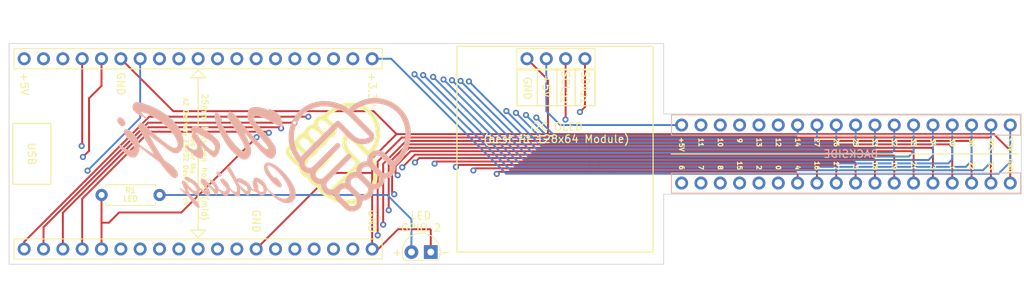
<source format=kicad_pcb>
(kicad_pcb (version 20211014) (generator pcbnew)
  (title_block (title "ESP32 Breadboard Adapter") (date "2022-07-11") (rev "2") (company "WaGi-Coding aka. Taki7o7"))
  (layers (0 "F.Cu" signal) (1 "In1.Cu" signal) (2 "In2.Cu" signal) (31 "B.Cu" signal) (34 "B.Paste" user) (35 "F.Paste" user) (36 "B.SilkS" user "B.Silkscreen") (37 "F.SilkS" user "F.Silkscreen") (38 "B.Mask" user) (39 "F.Mask" user) (44 "Edge.Cuts" user))
  (net 0 "")
  (net 1 "GPIO2")
  (net 2 "+3.3V")
  (net 3 "RESET")
  (net 4 "GPIO36")
  (net 5 "GPIO39")
  (net 6 "GPIO34")
  (net 7 "GPIO35")
  (net 8 "GPIO32")
  (net 9 "GPIO33")
  (net 10 "GPIO25")
  (net 11 "GPIO26")
  (net 12 "GPIO27")
  (net 13 "GPIO14")
  (net 14 "GPIO12")
  (net 15 "GND")
  (net 16 "GPIO13")
  (net 17 "GPIO9")
  (net 18 "GPIO10")
  (net 19 "GPIO11")
  (net 20 "+5V")
  (net 21 "GPIO23")
  (net 22 "GPIO22")
  (net 23 "GPIO1")
  (net 24 "GPIO3")
  (net 25 "GPIO21")
  (net 26 "GPIO19")
  (net 27 "GPIO18")
  (net 28 "GPIO5")
  (net 29 "GPIO17")
  (net 30 "GPIO16")
  (net 31 "GPIO4")
  (net 32 "GPIO0")
  (net 33 "GPIO15")
  (net 34 "GPIO8")
  (net 35 "GPIO7")
  (net 36 "GPIO6")
  (net 37 "Net-(D1-Pad2)")
  (footprint "LOGO" (layer "F.Cu") (at 146.62 103.86 -90)
    (fp_text reference "G***" hide)
    (fp_text value "LOGO" hide)
  )
  (footprint "LED_THT:LED_D5.0mm" (layer "F.Cu") (at 159.32 116.85 180)
    (fp_text reference "D1" hide)
    (fp_text value "LED")
    (pad "1" thru_hole rect (at 0 0 180) (size 1.8 1.8) (drill 0.9) (layers *.Cu *.Mask) (net 15 "GND"))
    (pad "2" thru_hole circle (at 2.54 0 180) (size 1.8 1.8) (drill 0.9) (layers *.Cu *.Mask) (net 37 "Net-(D1-Pad2)"))
  )
  (footprint "Connectors:PinHeader_1x04_P2.54mm_Vertical" (layer "F.Cu") (at 171.96 91.45 90)
    (fp_text reference "J5" hide)
    (fp_text value "Conn_01x04_Female")
    (pad "1" thru_hole circle (at 0 0 90) (size 1.7 1.7) (drill 1) (layers *.Cu *.Mask) (net 15 "GND"))
    (pad "2" thru_hole oval (at 0 2.54 90) (size 1.7 1.7) (drill 1) (layers *.Cu *.Mask) (net 20 "+5V"))
    (pad "3" thru_hole oval (at 0 5.08 90) (size 1.7 1.7) (drill 1) (layers *.Cu *.Mask) (net 22 "GPIO22"))
    (pad "4" thru_hole oval (at 0 7.62 90) (size 1.7 1.7) (drill 1) (layers *.Cu *.Mask) (net 25 "GPIO21"))
  )
  (footprint "Resistor_THT:R_Axial_DIN0207_L6.3mm_D2.5mm_P7.62mm_Horizontal" (layer "F.Cu") (at 116.07 109.35)
    (fp_text reference "R1" hide)
    (fp_text value "R")
    (pad "1" thru_hole circle (at 0 0) (size 1.6 1.6) (drill 0.8) (layers *.Cu *.Mask) (net 1 "GPIO2"))
    (pad "2" thru_hole oval (at 7.62 0) (size 1.6 1.6) (drill 0.8) (layers *.Cu *.Mask) (net 37 "Net-(D1-Pad2)"))
  )
  (footprint "Connectors:PinHeader_1x19_P2.54mm_Vertical" (layer "F.Cu") (at 151.62 91.45 -90)
    (fp_text reference "J1" hide)
    (fp_text value "Conn_01x19_Female")
    (pad "1" thru_hole circle (at 0 0 270) (size 1.7 1.7) (drill 1) (layers *.Cu *.Mask) (net 2 "+3.3V"))
    (pad "2" thru_hole oval (at 0 2.54 270) (size 1.7 1.7) (drill 1) (layers *.Cu *.Mask) (net 3 "RESET"))
    (pad "3" thru_hole oval (at 0 5.08 270) (size 1.7 1.7) (drill 1) (layers *.Cu *.Mask) (net 4 "GPIO36"))
    (pad "4" thru_hole oval (at 0 7.62 270) (size 1.7 1.7) (drill 1) (layers *.Cu *.Mask) (net 5 "GPIO39"))
    (pad "5" thru_hole oval (at 0 10.16 270) (size 1.7 1.7) (drill 1) (layers *.Cu *.Mask) (net 6 "GPIO34"))
    (pad "6" thru_hole oval (at 0 12.7 270) (size 1.7 1.7) (drill 1) (layers *.Cu *.Mask) (net 7 "GPIO35"))
    (pad "7" thru_hole oval (at 0 15.24 270) (size 1.7 1.7) (drill 1) (layers *.Cu *.Mask) (net 8 "GPIO32"))
    (pad "8" thru_hole oval (at 0 17.78 270) (size 1.7 1.7) (drill 1) (layers *.Cu *.Mask) (net 9 "GPIO33"))
    (pad "9" thru_hole oval (at 0 20.32 270) (size 1.7 1.7) (drill 1) (layers *.Cu *.Mask) (net 10 "GPIO25"))
    (pad "10" thru_hole oval (at 0 22.86 270) (size 1.7 1.7) (drill 1) (layers *.Cu *.Mask) (net 11 "GPIO26"))
    (pad "11" thru_hole oval (at 0 25.4 270) (size 1.7 1.7) (drill 1) (layers *.Cu *.Mask) (net 12 "GPIO27"))
    (pad "12" thru_hole oval (at 0 27.94 270) (size 1.7 1.7) (drill 1) (layers *.Cu *.Mask) (net 13 "GPIO14"))
    (pad "13" thru_hole oval (at 0 30.48 270) (size 1.7 1.7) (drill 1) (layers *.Cu *.Mask) (net 14 "GPIO12"))
    (pad "14" thru_hole oval (at 0 33.02 270) (size 1.7 1.7) (drill 1) (layers *.Cu *.Mask) (net 15 "GND"))
    (pad "15" thru_hole oval (at 0 35.56 270) (size 1.7 1.7) (drill 1) (layers *.Cu *.Mask) (net 16 "GPIO13"))
    (pad "16" thru_hole oval (at 0 38.1 270) (size 1.7 1.7) (drill 1) (layers *.Cu *.Mask) (net 17 "GPIO9"))
    (pad "17" thru_hole oval (at 0 40.64 270) (size 1.7 1.7) (drill 1) (layers *.Cu *.Mask) (net 18 "GPIO10"))
    (pad "18" thru_hole oval (at 0 43.18 270) (size 1.7 1.7) (drill 1) (layers *.Cu *.Mask) (net 19 "GPIO11"))
    (pad "19" thru_hole oval (at 0 45.72 270) (size 1.7 1.7) (drill 1) (layers *.Cu *.Mask) (net 20 "+5V"))
  )
  (footprint "Connectors:PinHeader_1x19_P2.54mm_Vertical" (layer "F.Cu") (at 151.62 116.45 -90)
    (fp_text reference "J2" hide)
    (fp_text value "Conn_01x19_Female")
    (pad "1" thru_hole circle (at 0 0 270) (size 1.7 1.7) (drill 1) (layers *.Cu *.Mask) (net 15 "GND"))
    (pad "2" thru_hole oval (at 0 2.54 270) (size 1.7 1.7) (drill 1) (layers *.Cu *.Mask) (net 21 "GPIO23"))
    (pad "3" thru_hole oval (at 0 5.08 270) (size 1.7 1.7) (drill 1) (layers *.Cu *.Mask) (net 22 "GPIO22"))
    (pad "4" thru_hole oval (at 0 7.62 270) (size 1.7 1.7) (drill 1) (layers *.Cu *.Mask) (net 23 "GPIO1"))
    (pad "5" thru_hole oval (at 0 10.16 270) (size 1.7 1.7) (drill 1) (layers *.Cu *.Mask) (net 24 "GPIO3"))
    (pad "6" thru_hole oval (at 0 12.7 270) (size 1.7 1.7) (drill 1) (layers *.Cu *.Mask) (net 25 "GPIO21"))
    (pad "7" thru_hole oval (at 0 15.24 270) (size 1.7 1.7) (drill 1) (layers *.Cu *.Mask) (net 15 "GND"))
    (pad "8" thru_hole oval (at 0 17.78 270) (size 1.7 1.7) (drill 1) (layers *.Cu *.Mask) (net 26 "GPIO19"))
    (pad "9" thru_hole oval (at 0 20.32 270) (size 1.7 1.7) (drill 1) (layers *.Cu *.Mask) (net 27 "GPIO18"))
    (pad "10" thru_hole oval (at 0 22.86 270) (size 1.7 1.7) (drill 1) (layers *.Cu *.Mask) (net 28 "GPIO5"))
    (pad "11" thru_hole oval (at 0 25.4 270) (size 1.7 1.7) (drill 1) (layers *.Cu *.Mask) (net 29 "GPIO17"))
    (pad "12" thru_hole oval (at 0 27.94 270) (size 1.7 1.7) (drill 1) (layers *.Cu *.Mask) (net 30 "GPIO16"))
    (pad "13" thru_hole oval (at 0 30.48 270) (size 1.7 1.7) (drill 1) (layers *.Cu *.Mask) (net 31 "GPIO4"))
    (pad "14" thru_hole oval (at 0 33.02 270) (size 1.7 1.7) (drill 1) (layers *.Cu *.Mask) (net 32 "GPIO0"))
    (pad "15" thru_hole oval (at 0 35.56 270) (size 1.7 1.7) (drill 1) (layers *.Cu *.Mask) (net 1 "GPIO2"))
    (pad "16" thru_hole oval (at 0 38.1 270) (size 1.7 1.7) (drill 1) (layers *.Cu *.Mask) (net 33 "GPIO15"))
    (pad "17" thru_hole oval (at 0 40.64 270) (size 1.7 1.7) (drill 1) (layers *.Cu *.Mask) (net 34 "GPIO8"))
    (pad "18" thru_hole oval (at 0 43.18 270) (size 1.7 1.7) (drill 1) (layers *.Cu *.Mask) (net 35 "GPIO7"))
    (pad "19" thru_hole oval (at 0 45.72 270) (size 1.7 1.7) (drill 1) (layers *.Cu *.Mask) (net 36 "GPIO6"))
  )
  (footprint "LOGO" (layer "B.Cu") (at 137.562314 105.290341 180)
    (fp_text reference "G***" hide)
    (fp_text value "LOGO" hide)
  )
  (footprint "Connectors:PinHeader_1x18_P2.54mm_Vertical" (layer "B.Cu") (at 235.46 107.78 90)
    (fp_text reference "J4" hide)
    (fp_text value "Conn_01x18_Male")
    (pad "1" thru_hole circle (at 0 0 90) (size 1.7 1.7) (drill 1) (layers *.Cu *.Mask) (net 15 "GND"))
    (pad "2" thru_hole oval (at 0 -2.54 90) (size 1.7 1.7) (drill 1) (layers *.Cu *.Mask) (net 21 "GPIO23"))
    (pad "3" thru_hole oval (at 0 -5.08 90) (size 1.7 1.7) (drill 1) (layers *.Cu *.Mask) (net 22 "GPIO22"))
    (pad "4" thru_hole oval (at 0 -7.62 90) (size 1.7 1.7) (drill 1) (layers *.Cu *.Mask) (net 23 "GPIO1"))
    (pad "5" thru_hole oval (at 0 -10.16 90) (size 1.7 1.7) (drill 1) (layers *.Cu *.Mask) (net 24 "GPIO3"))
    (pad "6" thru_hole oval (at 0 -12.7 90) (size 1.7 1.7) (drill 1) (layers *.Cu *.Mask) (net 25 "GPIO21"))
    (pad "7" thru_hole oval (at 0 -15.24 90) (size 1.7 1.7) (drill 1) (layers *.Cu *.Mask) (net 26 "GPIO19"))
    (pad "8" thru_hole oval (at 0 -17.78 90) (size 1.7 1.7) (drill 1) (layers *.Cu *.Mask) (net 27 "GPIO18"))
    (pad "9" thru_hole oval (at 0 -20.32 90) (size 1.7 1.7) (drill 1) (layers *.Cu *.Mask) (net 28 "GPIO5"))
    (pad "10" thru_hole oval (at 0 -22.86 90) (size 1.7 1.7) (drill 1) (layers *.Cu *.Mask) (net 29 "GPIO17"))
    (pad "11" thru_hole oval (at 0 -25.4 90) (size 1.7 1.7) (drill 1) (layers *.Cu *.Mask) (net 30 "GPIO16"))
    (pad "12" thru_hole oval (at 0 -27.94 90) (size 1.7 1.7) (drill 1) (layers *.Cu *.Mask) (net 31 "GPIO4"))
    (pad "13" thru_hole oval (at 0 -30.48 90) (size 1.7 1.7) (drill 1) (layers *.Cu *.Mask) (net 32 "GPIO0"))
    (pad "14" thru_hole oval (at 0 -33.02 90) (size 1.7 1.7) (drill 1) (layers *.Cu *.Mask) (net 1 "GPIO2"))
    (pad "15" thru_hole oval (at 0 -35.56 90) (size 1.7 1.7) (drill 1) (layers *.Cu *.Mask) (net 33 "GPIO15"))
    (pad "16" thru_hole oval (at 0 -38.1 90) (size 1.7 1.7) (drill 1) (layers *.Cu *.Mask) (net 34 "GPIO8"))
    (pad "17" thru_hole oval (at 0 -40.64 90) (size 1.7 1.7) (drill 1) (layers *.Cu *.Mask) (net 35 "GPIO7"))
    (pad "18" thru_hole oval (at 0 -43.18 90) (size 1.7 1.7) (drill 1) (layers *.Cu *.Mask) (net 36 "GPIO6"))
  )
  (footprint "Connectors:PinHeader_1x18_P2.54mm_Vertical" (layer "B.Cu") (at 235.46 100.16 90)
    (fp_text reference "J3" hide)
    (fp_text value "Conn_01x18_Male")
    (pad "1" thru_hole circle (at 0 0 90) (size 1.7 1.7) (drill 1) (layers *.Cu *.Mask) (net 2 "+3.3V"))
    (pad "2" thru_hole oval (at 0 -2.54 90) (size 1.7 1.7) (drill 1) (layers *.Cu *.Mask) (net 3 "RESET"))
    (pad "3" thru_hole oval (at 0 -5.08 90) (size 1.7 1.7) (drill 1) (layers *.Cu *.Mask) (net 4 "GPIO36"))
    (pad "4" thru_hole oval (at 0 -7.62 90) (size 1.7 1.7) (drill 1) (layers *.Cu *.Mask) (net 5 "GPIO39"))
    (pad "5" thru_hole oval (at 0 -10.16 90) (size 1.7 1.7) (drill 1) (layers *.Cu *.Mask) (net 6 "GPIO34"))
    (pad "6" thru_hole oval (at 0 -12.7 90) (size 1.7 1.7) (drill 1) (layers *.Cu *.Mask) (net 7 "GPIO35"))
    (pad "7" thru_hole oval (at 0 -15.24 90) (size 1.7 1.7) (drill 1) (layers *.Cu *.Mask) (net 8 "GPIO32"))
    (pad "8" thru_hole oval (at 0 -17.78 90) (size 1.7 1.7) (drill 1) (layers *.Cu *.Mask) (net 9 "GPIO33"))
    (pad "9" thru_hole oval (at 0 -20.32 90) (size 1.7 1.7) (drill 1) (layers *.Cu *.Mask) (net 10 "GPIO25"))
    (pad "10" thru_hole oval (at 0 -22.86 90) (size 1.7 1.7) (drill 1) (layers *.Cu *.Mask) (net 11 "GPIO26"))
    (pad "11" thru_hole oval (at 0 -25.4 90) (size 1.7 1.7) (drill 1) (layers *.Cu *.Mask) (net 12 "GPIO27"))
    (pad "12" thru_hole oval (at 0 -27.94 90) (size 1.7 1.7) (drill 1) (layers *.Cu *.Mask) (net 13 "GPIO14"))
    (pad "13" thru_hole oval (at 0 -30.48 90) (size 1.7 1.7) (drill 1) (layers *.Cu *.Mask) (net 14 "GPIO12"))
    (pad "14" thru_hole oval (at 0 -33.02 90) (size 1.7 1.7) (drill 1) (layers *.Cu *.Mask) (net 16 "GPIO13"))
    (pad "15" thru_hole oval (at 0 -35.56 90) (size 1.7 1.7) (drill 1) (layers *.Cu *.Mask) (net 17 "GPIO9"))
    (pad "16" thru_hole oval (at 0 -38.1 90) (size 1.7 1.7) (drill 1) (layers *.Cu *.Mask) (net 18 "GPIO10"))
    (pad "17" thru_hole oval (at 0 -40.64 90) (size 1.7 1.7) (drill 1) (layers *.Cu *.Mask) (net 19 "GPIO11"))
    (pad "18" thru_hole oval (at 0 -43.18 90) (size 1.7 1.7) (drill 1) (layers *.Cu *.Mask) (net 20 "+5V"))
  )
  (gr_line (start 170.62 97.62) (end 180.9 97.62) (layer "F.SilkS") (width 0.15))
  (gr_line (start 180.9 97.62) (end 180.9 92.92) (layer "F.SilkS") (width 0.15))
  (gr_line (start 236.52 103.96) (end 190.92 103.96) (layer "F.SilkS") (width 0.15))
  (gr_line (start 173.32 92.98) (end 173.32 97.62) (layer "F.SilkS") (width 0.15))
  (gr_line (start 128.76 114.95) (end 129.76 113.95) (layer "F.SilkS") (width 0.15))
  (gr_line (start 128.7554 92.95) (end 129.7554 93.95) (layer "F.SilkS") (width 0.15))
  (gr_line (start 178.29 92.99) (end 178.29 97.59) (layer "F.SilkS") (width 0.15))
  (gr_line (start 128.7554 93.95) (end 128.76 113.95) (layer "F.SilkS") (width 0.15))
  (gr_line (start 127.7554 93.95) (end 129.7554 93.95) (layer "F.SilkS") (width 0.15))
  (gr_line (start 170.65 92.94) (end 170.65 97.61) (layer "F.SilkS") (width 0.15))
  (gr_line (start 129.76 113.95) (end 127.76 113.95) (layer "F.SilkS") (width 0.15))
  (gr_line (start 180.9 92.92) (end 170.65 92.92) (layer "F.SilkS") (width 0.15))
  (gr_rect (start 109.4 99.95) (end 104.4 107.95) (layer "F.SilkS") (width 0.15) (fill none))
  (gr_line (start 128.7554 92.95) (end 127.7554 93.95) (layer "F.SilkS") (width 0.15))
  (gr_line (start 175.89 92.99) (end 175.89 97.615) (layer "F.SilkS") (width 0.15))
  (gr_rect (start 162.76 89.8) (end 188.53 116.85) (layer "F.SilkS") (width 0.15) (fill none))
  (gr_line (start 128.76 114.95) (end 127.76 113.95) (layer "F.SilkS") (width 0.15))
  (gr_line (start 236.62 109.25) (end 236.92 109.25) (layer "Edge.Cuts") (width 0.1))
  (gr_line (start 103.92 118.45) (end 189.92 118.45) (layer "Edge.Cuts") (width 0.1))
  (gr_line (start 236.92 98.7) (end 189.92 98.7) (layer "Edge.Cuts") (width 0.1))
  (gr_line (start 103.92 89.45) (end 103.92 118.45) (layer "Edge.Cuts") (width 0.1))
  (gr_line (start 189.92 118.45) (end 189.92 109.25) (layer "Edge.Cuts") (width 0.1))
  (gr_line (start 189.92 109.25) (end 236.62 109.25) (layer "Edge.Cuts") (width 0.1))
  (gr_line (start 189.92 98.7) (end 189.92 89.45) (layer "Edge.Cuts") (width 0.1))
  (gr_line (start 236.92 109.25) (end 236.92 98.7) (layer "Edge.Cuts") (width 0.1))
  (gr_line (start 189.92 89.45) (end 103.92 89.45) (layer "Edge.Cuts") (width 0.1))
  (gr_text "BACKSIDE" (at 214.52 103.96) (layer "B.SilkS") (effects (font (size 1 1)) (justify mirror)))
  (gr_text "GND" (at 235.46 105.494 270) (layer "F.SilkS") (effects (font (size 0.6 0.6))))
  (gr_text "15" (at 199.9 105.494 270) (layer "F.SilkS") (effects (font (size 0.6 0.6))))
  (gr_text "+5V\n" (at 174.51 95.04 270) (layer "F.SilkS") (effects (font (size 1 1))))
  (gr_text "14" (at 207.52 102.446 270) (layer "F.SilkS") (effects (font (size 0.6 0.6))))
  (gr_text "GND" (at 136.38 112.786 270) (layer "F.SilkS") (effects (font (size 1 1))))
  (gr_text "21" (at 222.76 105.494 270) (layer "F.SilkS") (effects (font (size 0.6 0.6))))
  (gr_text "5" (at 215.14 105.748 270) (layer "F.SilkS") (effects (font (size 0.6 0.6))))
  (gr_text "+5V" (at 192.28 102.7 270) (layer "F.SilkS") (effects (font (size 0.6 0.6))))
  (gr_text "25" (at 215.14 102.446 270) (layer "F.SilkS") (effects (font (size 0.6 0.6))))
  (gr_text "23" (at 232.92 105.494 270) (layer "F.SilkS") (effects (font (size 0.6 0.6))))
  (gr_text "+3.3V" (at 151.62 95.514 270) (layer "F.SilkS") (effects (font (size 1 1))))
  (gr_text "+5V\n" (at 105.9 94.752 270) (layer "F.SilkS") (effects (font (size 1 1))))
  (gr_text "34" (at 225.3 102.446 270) (layer "F.SilkS") (effects (font (size 0.6 0.6))))
  (gr_text "9" (at 199.9 102.192 270) (layer "F.SilkS") (effects (font (size 0.6 0.6))))
  (gr_text "8" (at 197.36 105.748 270) (layer "F.SilkS") (effects (font (size 0.6 0.6))))
  (gr_text "18" (at 217.68 105.494 270) (layer "F.SilkS") (effects (font (size 0.6 0.6))))
  (gr_text "GND" (at 172.02 95.33 270) (layer "F.SilkS") (effects (font (size 1 1))))
  (gr_text "+" (at 154.91 116.88) (layer "F.SilkS") (effects (font (size 1 1))))
  (gr_text "LED\nGPIO 2" (at 158.02 112.86) (layer "F.SilkS") (effects (font (size 1 1))))
  (gr_text "R1\nLED" (at 119.87 109.29) (layer "F.SilkS") (effects (font (size 0.7 0.7))))
  (gr_text "36" (at 230.38 102.446 270) (layer "F.SilkS") (effects (font (size 0.6 0.6))))
  (gr_text "25mm between holes (mid)" (at 129.62 104.37 270) (layer "F.SilkS") (effects (font (size 0.8 0.8))))
  (gr_text "27" (at 210.06 102.446 270) (layer "F.SilkS") (effects (font (size 0.6 0.6))))
  (gr_text "SDA_{21}" (at 179.6 95.18 270) (layer "F.SilkS") (effects (font (size 1 1))))
  (gr_text "35" (at 222.76 102.446 270) (layer "F.SilkS") (effects (font (size 0.6 0.6))))
  (gr_text "3" (at 225.3 105.748 270) (layer "F.SilkS") (effects (font (size 0.6 0.6))))
  (gr_text "7" (at 194.82 105.748 270) (layer "F.SilkS") (effects (font (size 0.6 0.6))))
  (gr_text "17" (at 212.6 105.494 270) (layer "F.SilkS") (effects (font (size 0.6 0.6))))
  (gr_text "16" (at 210.06 105.494 270) (layer "F.SilkS") (effects (font (size 0.6 0.6))))
  (gr_text "SCL_{22}" (at 177.01 95.16 270) (layer "F.SilkS") (effects (font (size 1 1))))
  (gr_text "0" (at 204.98 105.748 270) (layer "F.SilkS") (effects (font (size 0.6 0.6))))
  (gr_text "4" (at 207.52 105.748 270) (layer "F.SilkS") (effects (font (size 0.6 0.6))))
  (gr_text "3.3V" (at 235.46 102.66 270) (layer "F.SilkS") (effects (font (size 0.6 0.6))))
  (gr_text "1" (at 227.84 105.748 270) (layer "F.SilkS") (effects (font (size 0.6 0.6))))
  (gr_text "GND" (at 118.6 94.752 270) (layer "F.SilkS") (effects (font (size 1 1))))
  (gr_text "26" (at 212.6 102.446 270) (layer "F.SilkS") (effects (font (size 0.6 0.6))))
  (gr_text "12" (at 204.98 102.446 270) (layer "F.SilkS") (effects (font (size 0.6 0.6))))
  (gr_text "USB" (at 106.9 103.95 270) (layer "F.SilkS") (effects (font (size 1 1))))
  (gr_text "22" (at 230.38 105.494 270) (layer "F.SilkS") (effects (font (size 0.6 0.6))))
  (gr_text "RES" (at 232.92 102.7 270) (layer "F.SilkS") (effects (font (size 0.6 0.6))))
  (gr_text "-" (at 161.23 116.86) (layer "F.SilkS") (effects (font (size 1 1))))
  (gr_text "13" (at 202.44 102.446 270) (layer "F.SilkS") (effects (font (size 0.6 0.6))))
  (gr_text "10" (at 197.36 102.446 270) (layer "F.SilkS") (effects (font (size 0.6 0.6))))
  (gr_text "6" (at 192.28 105.748 270) (layer "F.SilkS") (effects (font (size 0.6 0.6))))
  (gr_text "GND" (at 151.62 112.786 270) (layer "F.SilkS") (effects (font (size 1 1))))
  (gr_text "11" (at 194.82 102.446 270) (layer "F.SilkS") (effects (font (size 0.6 0.6))))
  (gr_text "19" (at 220.22 105.494 270) (layer "F.SilkS") (effects (font (size 0.6 0.6))))
  (gr_text "33" (at 217.68 102.446 270) (layer "F.SilkS") (effects (font (size 0.6 0.6))))
  (gr_text "Made for the\nAZ Delivery ESP32 DevKit C v4" (at 127.62 103.66 270) (layer "F.SilkS") (effects (font (size 0.6 0.6))))
  (gr_text "I2C OLED\n(best fit 128x64 Module)" (at 175.82 101.19) (layer "F.SilkS") (effects (font (size 1 1))))
  (gr_text "39" (at 227.84 102.446 270) (layer "F.SilkS") (effects (font (size 0.6 0.6))))
  (gr_text "2" (at 202.44 105.748 270) (layer "F.SilkS") (effects (font (size 0.6 0.6))))
  (gr_text "32" (at 220.22 102.446 270) (layer "F.SilkS") (effects (font (size 0.6 0.6))))
  (segment (start 116.06 116.45) (end 116.06 112.99) (width 0.25) (layer "F.Cu") (net 1))
  (segment (start 116.06 109.36) (end 116.07 109.35) (width 0.25) (layer "F.Cu") (net 1))
  (segment (start 117.03 112.99) (end 116.06 112.99) (width 0.25) (layer "F.Cu") (net 1))
  (segment (start 118.37 111.65) (end 117.03 112.99) (width 0.25) (layer "F.Cu") (net 1))
  (segment (start 126.544598 111.65) (end 118.37 111.65) (width 0.25) (layer "F.Cu") (net 1))
  (segment (start 116.06 112.99) (end 116.06 109.36) (width 0.25) (layer "F.Cu") (net 1))
  (segment (start 136.432299 101.762299) (end 126.544598 111.65) (width 0.25) (layer "F.Cu") (net 1))
  (via (at 136.432299 101.762299) (size 0.8) (drill 0.4) (layers "F.Cu" "B.Cu") (net 1))
  (segment (start 233.92 106.55) (end 229.42 106.55) (width 0.25) (layer "B.Cu") (net 2))
  (segment (start 154.120805 91.45) (end 169.220805 106.55) (width 0.25) (layer "B.Cu") (net 2))
  (segment (start 229.42 106.55) (end 190.12 106.55) (width 0.25) (layer "B.Cu") (net 2))
  (segment (start 235.46 105.01) (end 235.32 105.15) (width 0.25) (layer "B.Cu") (net 2))
  (segment (start 190.12 106.55) (end 182.82 106.55) (width 0.25) (layer "B.Cu") (net 2))
  (segment (start 151.62 91.45) (end 154.120805 91.45) (width 0.25) (layer "B.Cu") (net 2))
  (segment (start 169.220805 106.55) (end 182.82 106.55) (width 0.25) (layer "B.Cu") (net 2))
  (segment (start 235.46 100.16) (end 235.46 105.01) (width 0.25) (layer "B.Cu") (net 2))
  (segment (start 235.32 105.15) (end 233.92 106.55) (width 0.25) (layer "B.Cu") (net 2))
  (via (at 157.182702 93.487297) (size 0.8) (drill 0.4) (layers "F.Cu" "B.Cu") (net 3))
  (segment (start 232.92 100.16) (end 232.92 105.05) (width 0.25) (layer "B.Cu") (net 3))
  (segment (start 169.8131 106.1) (end 164.3386 100.6255) (width 0.25) (layer "B.Cu") (net 3))
  (segment (start 190.87 106.1) (end 190.12 106.1) (width 0.25) (layer "B.Cu") (net 3))
  (segment (start 232.92 105.05) (end 232.02 105.95) (width 0.25) (layer "B.Cu") (net 3))
  (segment (start 164.3386 100.6255) (end 164.320905 100.6255) (width 0.25) (layer "B.Cu") (net 3))
  (segment (start 164.320905 100.6255) (end 157.182702 93.487297) (width 0.25) (layer "B.Cu") (net 3))
  (segment (start 190.12 106.1) (end 169.8131 106.1) (width 0.25) (layer "B.Cu") (net 3))
  (segment (start 231.87 106.1) (end 190.87 106.1) (width 0.25) (layer "B.Cu") (net 3))
  (segment (start 232.02 105.95) (end 231.87 106.1) (width 0.25) (layer "B.Cu") (net 3))
  (via (at 158.319386 93.599382) (size 0.8) (drill 0.4) (layers "F.Cu" "B.Cu") (net 4))
  (segment (start 170.42 105.65) (end 164.37 99.6) (width 0.25) (layer "B.Cu") (net 4))
  (segment (start 230.38 100.16) (end 230.38 104.89) (width 0.25) (layer "B.Cu") (net 4))
  (segment (start 158.369382 93.599382) (end 158.319386 93.599382) (width 0.25) (layer "B.Cu") (net 4))
  (segment (start 190.12 105.65) (end 170.42 105.65) (width 0.25) (layer "B.Cu") (net 4))
  (segment (start 229.62 105.65) (end 190.12 105.65) (width 0.25) (layer "B.Cu") (net 4))
  (segment (start 230.38 104.89) (end 229.62 105.65) (width 0.25) (layer "B.Cu") (net 4))
  (segment (start 164.37 99.6) (end 158.369382 93.599382) (width 0.25) (layer "B.Cu") (net 4))
  (via (at 159.6323 93.8377) (size 0.8) (drill 0.4) (layers "F.Cu" "B.Cu") (net 5))
  (segment (start 227.84 104.68) (end 227.32 105.2) (width 0.25) (layer "B.Cu") (net 5))
  (segment (start 227.84 100.16) (end 227.84 104.68) (width 0.25) (layer "B.Cu") (net 5))
  (segment (start 227.32 105.2) (end 190.12 105.2) (width 0.25) (layer "B.Cu") (net 5))
  (segment (start 190.12 105.2) (end 170.9946 105.2) (width 0.25) (layer "B.Cu") (net 5))
  (segment (start 170.9946 105.2) (end 159.6323 93.8377) (width 0.25) (layer "B.Cu") (net 5))
  (via (at 160.9946 94.1754) (size 0.8) (drill 0.4) (layers "F.Cu" "B.Cu") (net 6))
  (segment (start 225.3 104.17) (end 224.72 104.75) (width 0.25) (layer "B.Cu") (net 6))
  (segment (start 224.72 104.75) (end 190.12 104.75) (width 0.25) (layer "B.Cu") (net 6))
  (segment (start 225.3 100.16) (end 225.3 104.17) (width 0.25) (layer "B.Cu") (net 6))
  (segment (start 171.5692 104.75) (end 160.9946 94.1754) (width 0.25) (layer "B.Cu") (net 6))
  (segment (start 190.12 104.75) (end 171.5692 104.75) (width 0.25) (layer "B.Cu") (net 6))
  (via (at 162.116049 94.272249) (size 0.8) (drill 0.4) (layers "F.Cu" "B.Cu") (net 7))
  (segment (start 190.47 104.3) (end 190.12 104.3) (width 0.25) (layer "B.Cu") (net 7))
  (segment (start 222.76 100.16) (end 222.76 103.66) (width 0.25) (layer "B.Cu") (net 7))
  (segment (start 222.12 104.3) (end 190.47 104.3) (width 0.25) (layer "B.Cu") (net 7))
  (segment (start 172.1438 104.3) (end 162.116049 94.272249) (width 0.25) (layer "B.Cu") (net 7))
  (segment (start 190.12 104.3) (end 172.1438 104.3) (width 0.25) (layer "B.Cu") (net 7))
  (segment (start 222.76 103.66) (end 222.12 104.3) (width 0.25) (layer "B.Cu") (net 7))
  (via (at 163.234499 94.366099) (size 0.8) (drill 0.4) (layers "F.Cu" "B.Cu") (net 8))
  (segment (start 220.22 103.45) (end 219.82 103.85) (width 0.25) (layer "B.Cu") (net 8))
  (segment (start 220.22 100.16) (end 220.22 103.45) (width 0.25) (layer "B.Cu") (net 8))
  (segment (start 219.82 103.85) (end 190.12 103.85) (width 0.25) (layer "B.Cu") (net 8))
  (segment (start 190.12 103.85) (end 172.7184 103.85) (width 0.25) (layer "B.Cu") (net 8))
  (segment (start 172.7184 103.85) (end 163.234499 94.366099) (width 0.25) (layer "B.Cu") (net 8))
  (via (at 164.337398 94.4255) (size 0.8) (drill 0.4) (layers "F.Cu" "B.Cu") (net 9))
  (segment (start 217.68 100.16) (end 217.68 103.24) (width 0.25) (layer "B.Cu") (net 9))
  (segment (start 173.311898 103.4) (end 164.337398 94.4255) (width 0.25) (layer "B.Cu") (net 9))
  (segment (start 217.68 103.24) (end 217.52 103.4) (width 0.25) (layer "B.Cu") (net 9))
  (segment (start 217.52 103.4) (end 190.12 103.4) (width 0.25) (layer "B.Cu") (net 9))
  (segment (start 190.12 103.4) (end 173.311898 103.4) (width 0.25) (layer "B.Cu") (net 9))
  (via (at 169.254194 98.317698) (size 0.8) (drill 0.4) (layers "F.Cu" "B.Cu") (net 10))
  (segment (start 215.14 102.63) (end 214.82 102.95) (width 0.25) (layer "B.Cu") (net 10))
  (segment (start 214.82 102.95) (end 190.12 102.95) (width 0.25) (layer "B.Cu") (net 10))
  (segment (start 173.886496 102.95) (end 169.254194 98.317698) (width 0.25) (layer "B.Cu") (net 10))
  (segment (start 190.12 102.95) (end 173.886496 102.95) (width 0.25) (layer "B.Cu") (net 10))
  (segment (start 215.14 100.16) (end 215.14 102.63) (width 0.25) (layer "B.Cu") (net 10))
  (via (at 170.515548 98.554452) (size 0.8) (drill 0.4) (layers "F.Cu" "B.Cu") (net 11))
  (segment (start 212.42 102.5) (end 190.12 102.5) (width 0.25) (layer "B.Cu") (net 11))
  (segment (start 212.6 102.32) (end 212.42 102.5) (width 0.25) (layer "B.Cu") (net 11))
  (segment (start 174.461096 102.5) (end 170.515548 98.554452) (width 0.25) (layer "B.Cu") (net 11))
  (segment (start 212.6 100.16) (end 212.6 102.32) (width 0.25) (layer "B.Cu") (net 11))
  (segment (start 190.12 102.5) (end 174.461096 102.5) (width 0.25) (layer "B.Cu") (net 11))
  (via (at 171.827847 98.842153) (size 0.8) (drill 0.4) (layers "F.Cu" "B.Cu") (net 12))
  (segment (start 175.035694 102.05) (end 171.827847 98.842153) (width 0.25) (layer "B.Cu") (net 12))
  (segment (start 210.06 101.71) (end 209.72 102.05) (width 0.25) (layer "B.Cu") (net 12))
  (segment (start 209.72 102.05) (end 209.32 102.05) (width 0.25) (layer "B.Cu") (net 12))
  (segment (start 209.32 102.05) (end 190.12 102.05) (width 0.25) (layer "B.Cu") (net 12))
  (segment (start 210.06 100.16) (end 210.06 101.71) (width 0.25) (layer "B.Cu") (net 12))
  (segment (start 190.12 102.05) (end 175.035694 102.05) (width 0.25) (layer "B.Cu") (net 12))
  (via (at 173.190147 99.179853) (size 0.8) (drill 0.4) (layers "F.Cu" "B.Cu") (net 13))
  (segment (start 175.610294 101.6) (end 173.190147 99.179853) (width 0.25) (layer "B.Cu") (net 13))
  (segment (start 207.52 101.362081) (end 207.282081 101.6) (width 0.25) (layer "B.Cu") (net 13))
  (segment (start 207.52 100.16) (end 207.52 101.362081) (width 0.25) (layer "B.Cu") (net 13))
  (segment (start 190.12 101.6) (end 175.610294 101.6) (width 0.25) (layer "B.Cu") (net 13))
  (segment (start 207.282081 101.6) (end 206.52 101.6) (width 0.25) (layer "B.Cu") (net 13))
  (segment (start 206.52 101.6) (end 190.12 101.6) (width 0.25) (layer "B.Cu") (net 13))
  (via (at 114.221305 106.151305) (size 0.8) (drill 0.4) (layers "F.Cu" "B.Cu") (net 14))
  (segment (start 114.221305 106.151305) (end 121.14 99.23261) (width 0.25) (layer "B.Cu") (net 14))
  (segment (start 121.14 99.23261) (end 121.14 91.45) (width 0.25) (layer "B.Cu") (net 14))
  (segment (start 159.22 113.85) (end 159.32 113.95) (width 0.25) (layer "F.Cu") (net 15))
  (segment (start 235.46 107.78) (end 235.46 103.51) (width 0.25) (layer "F.Cu") (net 15))
  (segment (start 151.62 106.45) (end 146.38 106.45) (width 0.25) (layer "F.Cu") (net 15))
  (segment (start 151.806499 98.336499) (end 125.486499 98.336499) (width 0.25) (layer "F.Cu") (net 15))
  (segment (start 174.72 101.35) (end 172.02 101.35) (width 0.25) (layer "F.Cu") (net 15))
  (segment (start 146.38 106.45) (end 136.38 116.45) (width 0.25) (layer "F.Cu") (net 15))
  (segment (start 159.32 113.95) (end 159.32 116.85) (width 0.25) (layer "F.Cu") (net 15))
  (segment (start 172.02 101.35) (end 154.82 101.35) (width 0.25) (layer "F.Cu") (net 15))
  (segment (start 233.3 101.35) (end 174.72 101.35) (width 0.25) (layer "F.Cu") (net 15))
  (segment (start 151.62 104.55) (end 151.62 106.45) (width 0.25) (layer "F.Cu") (net 15))
  (segment (start 154.82 101.35) (end 151.62 104.55) (width 0.25) (layer "F.Cu") (net 15))
  (segment (start 151.62 116.45) (end 152.42 116.45) (width 0.25) (layer "F.Cu") (net 15))
  (segment (start 152.42 116.45) (end 155.02 113.85) (width 0.25) (layer "F.Cu") (net 15))
  (segment (start 125.486499 98.336499) (end 118.6 91.45) (width 0.25) (layer "F.Cu") (net 15))
  (segment (start 155.02 113.85) (end 159.22 113.85) (width 0.25) (layer "F.Cu") (net 15))
  (segment (start 154.82 101.35) (end 151.806499 98.336499) (width 0.25) (layer "F.Cu") (net 15))
  (segment (start 235.46 103.51) (end 233.3 101.35) (width 0.25) (layer "F.Cu") (net 15))
  (segment (start 174.72 101.35) (end 174.72 94.21) (width 0.25) (layer "F.Cu") (net 15))
  (segment (start 174.72 94.21) (end 171.96 91.45) (width 0.25) (layer "F.Cu") (net 15))
  (segment (start 151.62 106.45) (end 151.62 116.45) (width 0.25) (layer "F.Cu") (net 15))
  (segment (start 114.42 103.55) (end 114.42 96.65) (width 0.25) (layer "F.Cu") (net 16))
  (segment (start 114.42 96.65) (end 116.06 95.01) (width 0.25) (layer "F.Cu") (net 16))
  (segment (start 113.62 104.35) (end 114.42 103.55) (width 0.25) (layer "F.Cu") (net 16))
  (segment (start 116.06 95.01) (end 116.06 91.45) (width 0.25) (layer "F.Cu") (net 16))
  (via (at 113.62 104.35) (size 0.8) (drill 0.4) (layers "F.Cu" "B.Cu") (net 16))
  (segment (start 113.457701 102.912299) (end 113.52 102.85) (width 0.25) (layer "F.Cu") (net 17))
  (segment (start 113.52 102.85) (end 113.52 91.45) (width 0.25) (layer "F.Cu") (net 17))
  (via (at 113.457701 102.912299) (size 0.8) (drill 0.4) (layers "F.Cu" "B.Cu") (net 17))
  (segment (start 192.28 100.16) (end 176.33 100.16) (width 0.25) (layer "B.Cu") (net 20))
  (segment (start 176.33 100.16) (end 174.5 98.33) (width 0.25) (layer "B.Cu") (net 20))
  (segment (start 174.5 98.33) (end 174.5 91.45) (width 0.25) (layer "B.Cu") (net 20))
  (segment (start 152.3445 104.962299) (end 155.506799 101.8) (width 0.25) (layer "F.Cu") (net 21))
  (segment (start 152.3445 114.65) (end 152.3445 104.962299) (width 0.25) (layer "F.Cu") (net 21))
  (segment (start 232.72 101.8) (end 232.92 102) (width 0.25) (layer "F.Cu") (net 21))
  (segment (start 155.506799 101.8) (end 232.72 101.8) (width 0.25) (layer "F.Cu") (net 21))
  (segment (start 232.92 102) (end 232.92 107.78) (width 0.25) (layer "F.Cu") (net 21))
  (via (at 152.3445 114.65) (size 0.8) (drill 0.4) (layers "F.Cu" "B.Cu") (net 21))
  (segment (start 230.38 102.51) (end 230.38 107.78) (width 0.25) (layer "F.Cu") (net 22))
  (segment (start 230.12 102.25) (end 230.38 102.51) (width 0.25) (layer "F.Cu") (net 22))
  (segment (start 177.02 99.4355) (end 177.04 99.4155) (width 0.25) (layer "F.Cu") (net 22))
  (segment (start 153.069 105.262399) (end 156.081399 102.25) (width 0.25) (layer "F.Cu") (net 22))
  (segment (start 153.069 113.25) (end 153.069 105.262399) (width 0.25) (layer "F.Cu") (net 22))
  (segment (start 156.081399 102.25) (end 230.12 102.25) (width 0.25) (layer "F.Cu") (net 22))
  (segment (start 177.04 99.4155) (end 177.04 91.45) (width 0.25) (layer "F.Cu") (net 22))
  (via (at 153.069 113.25) (size 0.8) (drill 0.4) (layers "F.Cu" "B.Cu") (net 22))
  (via (at 177.02 99.4355) (size 0.8) (drill 0.4) (layers "F.Cu" "B.Cu") (net 22))
  (segment (start 180.22 102.7) (end 156.267795 102.7) (width 0.25) (layer "F.Cu") (net 23))
  (segment (start 227.84 103.12) (end 227.42 102.7) (width 0.25) (layer "F.Cu") (net 23))
  (segment (start 227.84 107.78) (end 227.84 103.12) (width 0.25) (layer "F.Cu") (net 23))
  (segment (start 227.42 102.7) (end 180.22 102.7) (width 0.25) (layer "F.Cu") (net 23))
  (segment (start 153.7935 105.174295) (end 153.7935 111.35) (width 0.25) (layer "F.Cu") (net 23))
  (segment (start 156.267795 102.7) (end 153.7935 105.174295) (width 0.25) (layer "F.Cu") (net 23))
  (via (at 153.7935 111.35) (size 0.8) (drill 0.4) (layers "F.Cu" "B.Cu") (net 23))
  (segment (start 225.3 103.33) (end 225.12 103.15) (width 0.25) (layer "F.Cu") (net 24))
  (segment (start 225.12 103.15) (end 180.22 103.15) (width 0.25) (layer "F.Cu") (net 24))
  (segment (start 225.3 107.78) (end 225.3 103.33) (width 0.25) (layer "F.Cu") (net 24))
  (segment (start 180.22 103.15) (end 156.454191 103.15) (width 0.25) (layer "F.Cu") (net 24))
  (segment (start 154.2435 108.9755) (end 154.518 109.25) (width 0.25) (layer "F.Cu") (net 24))
  (segment (start 154.2435 105.360691) (end 154.2435 108.9755) (width 0.25) (layer "F.Cu") (net 24))
  (segment (start 156.454191 103.15) (end 154.2435 105.360691) (width 0.25) (layer "F.Cu") (net 24))
  (via (at 154.518 109.25) (size 0.8) (drill 0.4) (layers "F.Cu" "B.Cu") (net 24))
  (segment (start 179.58 97.79) (end 179.58 91.45) (width 0.25) (layer "F.Cu") (net 25))
  (segment (start 156.67 103.6) (end 222.52 103.6) (width 0.25) (layer "F.Cu") (net 25))
  (segment (start 154.968 106.75) (end 154.6935 106.4755) (width 0.25) (layer "F.Cu") (net 25))
  (segment (start 178.92 98.45) (end 179.58 97.79) (width 0.25) (layer "F.Cu") (net 25))
  (segment (start 154.6935 106.4755) (end 154.6935 105.5765) (width 0.25) (layer "F.Cu") (net 25))
  (segment (start 222.76 103.84) (end 222.76 107.78) (width 0.25) (layer "F.Cu") (net 25))
  (segment (start 222.52 103.6) (end 222.76 103.84) (width 0.25) (layer "F.Cu") (net 25))
  (segment (start 154.6935 105.5765) (end 156.67 103.6) (width 0.25) (layer "F.Cu") (net 25))
  (via (at 154.968 106.75) (size 0.8) (drill 0.4) (layers "F.Cu" "B.Cu") (net 25))
  (via (at 178.92 98.45) (size 0.8) (drill 0.4) (layers "F.Cu" "B.Cu") (net 25))
  (segment (start 157.244599 104.05) (end 155.572684 105.721915) (width 0.25) (layer "F.Cu") (net 26))
  (segment (start 220.22 104.25) (end 220.02 104.05) (width 0.25) (layer "F.Cu") (net 26))
  (segment (start 220.22 107.78) (end 220.22 104.25) (width 0.25) (layer "F.Cu") (net 26))
  (segment (start 180.22 104.05) (end 157.244599 104.05) (width 0.25) (layer "F.Cu") (net 26))
  (segment (start 220.02 104.05) (end 180.22 104.05) (width 0.25) (layer "F.Cu") (net 26))
  (via (at 155.572684 105.721915) (size 0.8) (drill 0.4) (layers "F.Cu" "B.Cu") (net 26))
  (segment (start 180.22 104.5) (end 157.819199 104.5) (width 0.25) (layer "F.Cu") (net 27))
  (segment (start 157.819199 104.5) (end 157.244599 105.0746) (width 0.25) (layer "F.Cu") (net 27))
  (segment (start 217.42 104.5) (end 180.47 104.5) (width 0.25) (layer "F.Cu") (net 27))
  (segment (start 180.47 104.5) (end 180.22 104.5) (width 0.25) (layer "F.Cu") (net 27))
  (segment (start 217.68 104.76) (end 217.42 104.5) (width 0.25) (layer "F.Cu") (net 27))
  (segment (start 217.68 107.78) (end 217.68 104.76) (width 0.25) (layer "F.Cu") (net 27))
  (via (at 157.244599 105.0746) (size 0.8) (drill 0.4) (layers "F.Cu" "B.Cu") (net 27))
  (segment (start 160.0945 104.95) (end 159.82 105.2245) (width 0.25) (layer "F.Cu") (net 28))
  (segment (start 215.14 107.78) (end 215.14 105.17) (width 0.25) (layer "F.Cu") (net 28))
  (segment (start 180.22 104.95) (end 160.0945 104.95) (width 0.25) (layer "F.Cu") (net 28))
  (segment (start 214.92 104.95) (end 180.22 104.95) (width 0.25) (layer "F.Cu") (net 28))
  (segment (start 215.14 105.17) (end 215.02 105.05) (width 0.25) (layer "F.Cu") (net 28))
  (segment (start 215.02 105.05) (end 214.92 104.95) (width 0.25) (layer "F.Cu") (net 28))
  (via (at 159.82 105.2245) (size 0.8) (drill 0.4) (layers "F.Cu" "B.Cu") (net 28))
  (segment (start 212.6 105.58) (end 212.42 105.4) (width 0.25) (layer "F.Cu") (net 29))
  (segment (start 162.8945 105.4) (end 162.62 105.6745) (width 0.25) (layer "F.Cu") (net 29))
  (segment (start 212.6 107.78) (end 212.6 105.58) (width 0.25) (layer "F.Cu") (net 29))
  (segment (start 212.42 105.4) (end 181.47 105.4) (width 0.25) (layer "F.Cu") (net 29))
  (segment (start 181.47 105.4) (end 180.22 105.4) (width 0.25) (layer "F.Cu") (net 29))
  (segment (start 180.22 105.4) (end 162.8945 105.4) (width 0.25) (layer "F.Cu") (net 29))
  (via (at 162.62 105.6745) (size 0.8) (drill 0.4) (layers "F.Cu" "B.Cu") (net 29))
  (segment (start 210.06 107.78) (end 210.06 105.99) (width 0.25) (layer "F.Cu") (net 30))
  (segment (start 210.06 105.99) (end 209.92 105.85) (width 0.25) (layer "F.Cu") (net 30))
  (segment (start 209.92 105.85) (end 180.22 105.85) (width 0.25) (layer "F.Cu") (net 30))
  (segment (start 165.1945 105.85) (end 164.92 106.1245) (width 0.25) (layer "F.Cu") (net 30))
  (segment (start 180.22 105.85) (end 165.1945 105.85) (width 0.25) (layer "F.Cu") (net 30))
  (via (at 164.92 106.1245) (size 0.8) (drill 0.4) (layers "F.Cu" "B.Cu") (net 30))
  (segment (start 207.242081 106.3) (end 207.52 106.577919) (width 0.25) (layer "F.Cu") (net 31))
  (segment (start 207.52 106.577919) (end 207.52 107.78) (width 0.25) (layer "F.Cu") (net 31))
  (segment (start 168.265514 106.3) (end 207.242081 106.3) (width 0.25) (layer "F.Cu") (net 31))
  (segment (start 167.991014 106.5745) (end 168.265514 106.3) (width 0.25) (layer "F.Cu") (net 31))
  (via (at 167.991014 106.5745) (size 0.8) (drill 0.4) (layers "F.Cu" "B.Cu") (net 31))
  (segment (start 137.907299 101.037299) (end 122.332701 101.037299) (width 0.25) (layer "F.Cu") (net 33))
  (segment (start 113.52 109.85) (end 113.52 116.45) (width 0.25) (layer "F.Cu") (net 33))
  (segment (start 122.332701 101.037299) (end 113.52 109.85) (width 0.25) (layer "F.Cu") (net 33))
  (segment (start 138.044599 101.174599) (end 137.907299 101.037299) (width 0.25) (layer "F.Cu") (net 33))
  (via (at 138.044599 101.174599) (size 0.8) (drill 0.4) (layers "F.Cu" "B.Cu") (net 33))
  (segment (start 122.220401 100.449599) (end 110.98 111.69) (width 0.25) (layer "F.Cu") (net 34))
  (segment (start 110.98 111.69) (end 110.98 116.45) (width 0.25) (layer "F.Cu") (net 34))
  (segment (start 139.656899 100.586899) (end 139.519599 100.449599) (width 0.25) (layer "F.Cu") (net 34))
  (segment (start 139.519599 100.449599) (end 122.220401 100.449599) (width 0.25) (layer "F.Cu") (net 34))
  (via (at 139.656899 100.586899) (size 0.8) (drill 0.4) (layers "F.Cu" "B.Cu") (net 34))
  (segment (start 141.419199 99.849199) (end 122.184405 99.849199) (width 0.25) (layer "F.Cu") (net 35))
  (segment (start 122.184405 99.849199) (end 108.44 113.593604) (width 0.25) (layer "F.Cu") (net 35))
  (segment (start 108.44 113.593604) (end 108.44 116.45) (width 0.25) (layer "F.Cu") (net 35))
  (via (at 141.419199 99.849199) (size 0.8) (drill 0.4) (layers "F.Cu" "B.Cu") (net 35))
  (segment (start 122.335709 99.061499) (end 105.9 115.497208) (width 0.25) (layer "F.Cu") (net 36))
  (segment (start 105.9 115.497208) (end 105.9 116.45) (width 0.25) (layer "F.Cu") (net 36))
  (segment (start 143.231499 99.061499) (end 122.335709 99.061499) (width 0.25) (layer "F.Cu") (net 36))
  (via (at 143.231499 99.061499) (size 0.8) (drill 0.4) (layers "F.Cu" "B.Cu") (net 36))
  (segment (start 156.78 112.537305) (end 156.78 116.85) (width 0.25) (layer "B.Cu") (net 37))
  (segment (start 153.793 109.550305) (end 156.78 112.537305) (width 0.25) (layer "B.Cu") (net 37))
  (segment (start 153.62 109.35) (end 153.793 109.523) (width 0.25) (layer "B.Cu") (net 37))
  (segment (start 153.793 109.523) (end 153.793 109.550305) (width 0.25) (layer "B.Cu") (net 37))
  (segment (start 123.69 109.35) (end 153.62 109.35) (width 0.25) (layer "B.Cu") (net 37))
)
</source>
